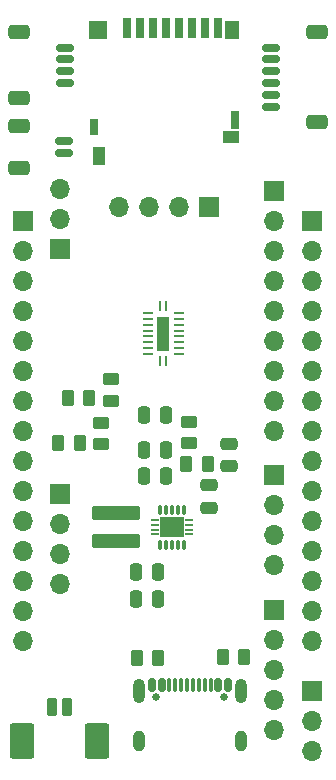
<source format=gbr>
%TF.GenerationSoftware,KiCad,Pcbnew,9.0.0*%
%TF.CreationDate,2025-04-24T12:01:06-04:00*%
%TF.ProjectId,Tiny4FSKGeneralShield,54696e79-3446-4534-9b47-656e6572616c,rev?*%
%TF.SameCoordinates,Original*%
%TF.FileFunction,Soldermask,Top*%
%TF.FilePolarity,Negative*%
%FSLAX46Y46*%
G04 Gerber Fmt 4.6, Leading zero omitted, Abs format (unit mm)*
G04 Created by KiCad (PCBNEW 9.0.0) date 2025-04-24 12:01:06*
%MOMM*%
%LPD*%
G01*
G04 APERTURE LIST*
G04 Aperture macros list*
%AMRoundRect*
0 Rectangle with rounded corners*
0 $1 Rounding radius*
0 $2 $3 $4 $5 $6 $7 $8 $9 X,Y pos of 4 corners*
0 Add a 4 corners polygon primitive as box body*
4,1,4,$2,$3,$4,$5,$6,$7,$8,$9,$2,$3,0*
0 Add four circle primitives for the rounded corners*
1,1,$1+$1,$2,$3*
1,1,$1+$1,$4,$5*
1,1,$1+$1,$6,$7*
1,1,$1+$1,$8,$9*
0 Add four rect primitives between the rounded corners*
20,1,$1+$1,$2,$3,$4,$5,0*
20,1,$1+$1,$4,$5,$6,$7,0*
20,1,$1+$1,$6,$7,$8,$9,0*
20,1,$1+$1,$8,$9,$2,$3,0*%
G04 Aperture macros list end*
%ADD10RoundRect,0.250000X-0.475000X0.250000X-0.475000X-0.250000X0.475000X-0.250000X0.475000X0.250000X0*%
%ADD11RoundRect,0.150000X0.625000X-0.150000X0.625000X0.150000X-0.625000X0.150000X-0.625000X-0.150000X0*%
%ADD12RoundRect,0.250000X0.650000X-0.350000X0.650000X0.350000X-0.650000X0.350000X-0.650000X-0.350000X0*%
%ADD13RoundRect,0.250000X0.250000X0.475000X-0.250000X0.475000X-0.250000X-0.475000X0.250000X-0.475000X0*%
%ADD14R,1.700000X1.700000*%
%ADD15O,1.700000X1.700000*%
%ADD16RoundRect,0.250000X0.475000X-0.250000X0.475000X0.250000X-0.475000X0.250000X-0.475000X-0.250000X0*%
%ADD17RoundRect,0.250000X0.262500X0.450000X-0.262500X0.450000X-0.262500X-0.450000X0.262500X-0.450000X0*%
%ADD18RoundRect,0.150000X-0.625000X0.150000X-0.625000X-0.150000X0.625000X-0.150000X0.625000X0.150000X0*%
%ADD19RoundRect,0.250000X-0.650000X0.350000X-0.650000X-0.350000X0.650000X-0.350000X0.650000X0.350000X0*%
%ADD20R,0.240000X0.900000*%
%ADD21R,0.900000X0.240000*%
%ADD22R,1.000000X2.900000*%
%ADD23RoundRect,0.250000X0.450000X-0.262500X0.450000X0.262500X-0.450000X0.262500X-0.450000X-0.262500X0*%
%ADD24RoundRect,0.250000X-0.262500X-0.450000X0.262500X-0.450000X0.262500X0.450000X-0.262500X0.450000X0*%
%ADD25C,0.650000*%
%ADD26RoundRect,0.150000X-0.150000X-0.425000X0.150000X-0.425000X0.150000X0.425000X-0.150000X0.425000X0*%
%ADD27RoundRect,0.075000X-0.075000X-0.500000X0.075000X-0.500000X0.075000X0.500000X-0.075000X0.500000X0*%
%ADD28O,1.000000X2.100000*%
%ADD29O,1.000000X1.800000*%
%ADD30R,0.700000X1.750000*%
%ADD31R,1.450000X1.000000*%
%ADD32R,1.000000X1.550000*%
%ADD33R,0.800000X1.500000*%
%ADD34R,1.300000X1.500000*%
%ADD35R,1.500000X1.500000*%
%ADD36R,0.800000X1.400000*%
%ADD37RoundRect,0.102000X-1.900000X0.500000X-1.900000X-0.500000X1.900000X-0.500000X1.900000X0.500000X0*%
%ADD38R,0.280000X0.280000*%
%ADD39O,0.280000X0.850000*%
%ADD40R,0.600000X0.230000*%
%ADD41R,0.700000X0.250000*%
%ADD42C,0.600000*%
%ADD43R,0.900000X0.650000*%
%ADD44R,2.150000X1.700000*%
%ADD45RoundRect,0.200000X-0.200000X-0.600000X0.200000X-0.600000X0.200000X0.600000X-0.200000X0.600000X0*%
%ADD46RoundRect,0.250001X-0.799999X-1.249999X0.799999X-1.249999X0.799999X1.249999X-0.799999X1.249999X0*%
%ADD47RoundRect,0.250000X-0.450000X0.262500X-0.450000X-0.262500X0.450000X-0.262500X0.450000X0.262500X0*%
G04 APERTURE END LIST*
D10*
%TO.C,C4*%
X153933908Y-99115286D03*
X153933908Y-101015286D03*
%TD*%
D11*
%TO.C,J10*%
X157527000Y-70575772D03*
X157527000Y-69575772D03*
X157527000Y-68575772D03*
X157527000Y-67575772D03*
X157527000Y-66575772D03*
X157527000Y-65575772D03*
D12*
X161402000Y-71875772D03*
X161402000Y-64275772D03*
%TD*%
D13*
%TO.C,C6*%
X147952000Y-109976772D03*
X146052000Y-109976772D03*
%TD*%
%TO.C,C9*%
X148627000Y-96665772D03*
X146727000Y-96665772D03*
%TD*%
D14*
%TO.C,J17*%
X136500000Y-80260000D03*
D15*
X136500000Y-82800000D03*
X136500000Y-85340000D03*
X136500000Y-87880000D03*
X136500000Y-90420000D03*
X136500000Y-92960000D03*
X136500000Y-95500000D03*
X136500000Y-98040000D03*
X136500000Y-100580000D03*
X136500000Y-103120000D03*
X136500000Y-105660000D03*
X136500000Y-108200000D03*
X136500000Y-110740000D03*
X136500000Y-113280000D03*
X136500000Y-115820000D03*
%TD*%
D16*
%TO.C,C3*%
X152227000Y-104525772D03*
X152227000Y-102625772D03*
%TD*%
D17*
%TO.C,R1*%
X147939500Y-117285772D03*
X146114500Y-117285772D03*
%TD*%
D13*
%TO.C,C5*%
X147952000Y-112276772D03*
X146052000Y-112276772D03*
%TD*%
D18*
%TO.C,J5*%
X140027000Y-65575772D03*
X140027000Y-66575772D03*
X140027000Y-67575772D03*
X140027000Y-68575772D03*
D19*
X136152000Y-64275772D03*
X136152000Y-69875772D03*
%TD*%
D20*
%TO.C,U1*%
X148127000Y-87475772D03*
D21*
X147077000Y-88025772D03*
X147077000Y-88525772D03*
X147077000Y-89025772D03*
X147077000Y-89525772D03*
X147077000Y-90025772D03*
X147077000Y-90525772D03*
X147077000Y-91025772D03*
X147077000Y-91525772D03*
D20*
X148127000Y-92075772D03*
X148627000Y-92075772D03*
D21*
X149677000Y-91525772D03*
X149677000Y-91025772D03*
X149677000Y-90525772D03*
X149677000Y-90025772D03*
X149677000Y-89525772D03*
X149677000Y-89025772D03*
X149677000Y-88525772D03*
X149677000Y-88025772D03*
D20*
X148627000Y-87475772D03*
D22*
X148377000Y-89775772D03*
%TD*%
D23*
%TO.C,R4*%
X143905784Y-95472870D03*
X143905784Y-93647870D03*
%TD*%
D24*
%TO.C,R2*%
X153414500Y-117175772D03*
X155239500Y-117175772D03*
%TD*%
D13*
%TO.C,C8*%
X148627000Y-99675772D03*
X146727000Y-99675772D03*
%TD*%
%TO.C,C7*%
X148627000Y-101875772D03*
X146727000Y-101875772D03*
%TD*%
D25*
%TO.C,J2*%
X147737000Y-120570772D03*
X153517000Y-120570772D03*
D26*
X147427000Y-119495772D03*
X148227000Y-119495772D03*
D27*
X149377000Y-119495772D03*
X150377000Y-119495772D03*
X150877000Y-119495772D03*
X151877000Y-119495772D03*
D26*
X153027000Y-119495772D03*
X153827000Y-119495772D03*
X153827000Y-119495772D03*
X153027000Y-119495772D03*
D27*
X152377000Y-119495772D03*
X151377000Y-119495772D03*
X149877000Y-119495772D03*
X148877000Y-119495772D03*
D26*
X148227000Y-119495772D03*
X147427000Y-119495772D03*
D28*
X146307000Y-120070772D03*
D29*
X146307000Y-124250772D03*
D28*
X154947000Y-120070772D03*
D29*
X154947000Y-124250772D03*
%TD*%
D30*
%TO.C,J1*%
X145302000Y-63950772D03*
X146402000Y-63950772D03*
X147502000Y-63950772D03*
X148602000Y-63950772D03*
X149702000Y-63950772D03*
X150802000Y-63950772D03*
X151902000Y-63950772D03*
X153002000Y-63950772D03*
D31*
X154127000Y-73175772D03*
D32*
X142902000Y-74750772D03*
D33*
X154452000Y-71675772D03*
D34*
X154202000Y-64075772D03*
D35*
X142852000Y-64075772D03*
D36*
X142502000Y-72325772D03*
%TD*%
D14*
%TO.C,J16*%
X161000000Y-80260000D03*
D15*
X161000000Y-82800000D03*
X161000000Y-85340000D03*
X161000000Y-87880000D03*
X161000000Y-90420000D03*
X161000000Y-92960000D03*
X161000000Y-95500000D03*
X161000000Y-98040000D03*
X161000000Y-100580000D03*
X161000000Y-103120000D03*
X161000000Y-105660000D03*
X161000000Y-108200000D03*
X161000000Y-110740000D03*
X161000000Y-113280000D03*
X161000000Y-115820000D03*
%TD*%
D24*
%TO.C,R5*%
X139493284Y-99060370D03*
X141318284Y-99060370D03*
%TD*%
D37*
%TO.C,L1*%
X144402000Y-104976772D03*
X144402000Y-107376772D03*
%TD*%
D24*
%TO.C,R3*%
X140293284Y-95260370D03*
X142118284Y-95260370D03*
%TD*%
%TO.C,R9*%
X150321408Y-100865286D03*
X152146408Y-100865286D03*
%TD*%
D14*
%TO.C,J15*%
X161000000Y-120075000D03*
D15*
X161000000Y-122615000D03*
X161000000Y-125155000D03*
%TD*%
D23*
%TO.C,R6*%
X143118284Y-99172870D03*
X143118284Y-97347870D03*
%TD*%
D18*
%TO.C,J11*%
X140002000Y-73475772D03*
X140002000Y-74475772D03*
D19*
X136127000Y-72175772D03*
X136127000Y-75775772D03*
%TD*%
D38*
%TO.C,U3*%
X148102000Y-107935772D03*
D39*
X148102000Y-107650772D03*
D38*
X148602000Y-107935772D03*
D39*
X148602000Y-107650772D03*
D38*
X149102000Y-107935772D03*
D39*
X149102000Y-107650772D03*
D38*
X149602000Y-107935772D03*
D39*
X149602000Y-107650772D03*
D38*
X150102000Y-107935772D03*
D39*
X150102000Y-107650772D03*
X150102000Y-104700772D03*
D38*
X150102000Y-104415772D03*
D39*
X149602000Y-104700772D03*
D38*
X149602000Y-104415772D03*
D39*
X149102000Y-104700772D03*
D38*
X149102000Y-104415772D03*
D39*
X148602000Y-104700772D03*
D38*
X148602000Y-104415772D03*
D39*
X148102000Y-104700772D03*
D38*
X148102000Y-104415772D03*
D40*
X147677000Y-106775772D03*
D41*
X147677000Y-106775772D03*
D40*
X150527000Y-106775772D03*
D41*
X150527000Y-106775772D03*
D42*
X148602000Y-106675772D03*
X149602000Y-106675772D03*
D43*
X148542000Y-106610772D03*
X149662000Y-106610772D03*
D40*
X147677000Y-106375772D03*
D41*
X147677000Y-106375772D03*
D40*
X150527000Y-106375772D03*
D41*
X150527000Y-106375772D03*
D42*
X149102000Y-106175772D03*
D44*
X149102000Y-106175772D03*
D40*
X147677000Y-105975772D03*
D41*
X147677000Y-105975772D03*
D40*
X150527000Y-105975772D03*
D41*
X150527000Y-105975772D03*
D43*
X148542000Y-105740772D03*
X149662000Y-105740772D03*
D42*
X148602000Y-105675772D03*
X149602000Y-105675772D03*
D40*
X147677000Y-105575772D03*
D41*
X147677000Y-105575772D03*
D40*
X150527000Y-105575772D03*
D41*
X150527000Y-105575772D03*
%TD*%
D45*
%TO.C,J9*%
X138977000Y-121375772D03*
X140227000Y-121375772D03*
D46*
X136427000Y-124275772D03*
X142777000Y-124275772D03*
%TD*%
D14*
%TO.C,J12*%
X152227000Y-79075772D03*
D15*
X149687000Y-79075772D03*
X147147000Y-79075772D03*
X144607000Y-79075772D03*
%TD*%
D47*
%TO.C,R7*%
X150533908Y-97252786D03*
X150533908Y-99077786D03*
%TD*%
D14*
%TO.C,J7*%
X139641431Y-82602929D03*
D15*
X139641431Y-80062929D03*
X139641431Y-77522929D03*
%TD*%
D14*
%TO.C,J8*%
X139597000Y-103360772D03*
D15*
X139597000Y-105900772D03*
X139597000Y-108440772D03*
X139597000Y-110980772D03*
%TD*%
D14*
%TO.C,J4*%
X157747000Y-77730772D03*
D15*
X157747000Y-80270772D03*
X157747000Y-82810772D03*
X157747000Y-85350772D03*
X157747000Y-87890772D03*
X157747000Y-90430772D03*
X157747000Y-92970772D03*
X157747000Y-95510772D03*
X157747000Y-98050772D03*
%TD*%
D14*
%TO.C,J6*%
X157727000Y-113175772D03*
D15*
X157727000Y-115715772D03*
X157727000Y-118255772D03*
X157727000Y-120795772D03*
X157727000Y-123335772D03*
%TD*%
D14*
%TO.C,J3*%
X157727000Y-101740772D03*
D15*
X157727000Y-104280772D03*
X157727000Y-106820772D03*
X157727000Y-109360772D03*
%TD*%
M02*

</source>
